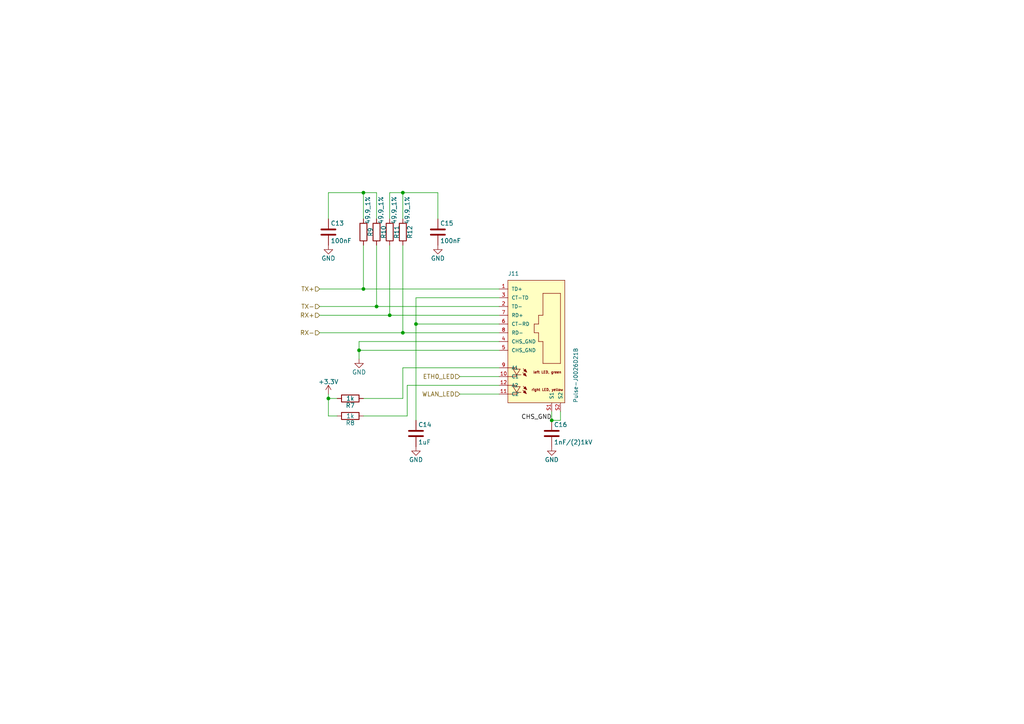
<source format=kicad_sch>
(kicad_sch (version 20230121) (generator eeschema)
  (paper "A4")
  (title_block (title "Ethernet Connector for Omega2S") (date "2024-11-02") (rev "v1") (company "plan44.ch") (comment 1 "© 2024 by luz/plan44.ch"))
  (lib_symbols
    (symbol "Device:C" (pin_numbers hide) (pin_names (offset 0.254))
      (property "Reference" "C" (at 0.635 2.54 0))
      (property "Value" "C" (at 0.635 -2.54 0))
      (symbol "C_0_1"
        (polyline (pts (xy -2.032 -0.762) (xy 2.032 -0.762)) (stroke (width 0.508)))
        (polyline (pts (xy -2.032 0.762) (xy 2.032 0.762)) (stroke (width 0.508)))
      )
      (symbol "C_1_1"
        (pin passive line (at 0 3.81 270) (length 2.794) (name "~") (number "1"))
        (pin passive line (at 0 -3.81 90) (length 2.794) (name "~") (number "2"))
      )
    )
    (symbol "Device:R" (pin_numbers hide) (pin_names (offset 0))
      (property "Reference" "R" (at 2.032 0 90))
      (property "Value" "R" (at 0 0 90))
      (symbol "R_0_1"
        (rectangle (start -1.016 -2.54) (end 1.016 2.54) (stroke (width 0.254)))
      )
      (symbol "R_1_1"
        (pin passive line (at 0 3.81 270) (length 1.27) (name "~") (number "1"))
        (pin passive line (at 0 -3.81 90) (length 1.27) (name "~") (number "2"))
      )
    )
    (symbol "plan44:Pulse-J0026D21B" (pin_names (offset 1.016))
      (property "Reference" "J" (at -7.62 21.59 0))
      (property "Value" "Pulse-J0026D21B" (at -7.62 -17.78 0))
      (symbol "Pulse-J0026D21B_0_0"
        (text "left LED, green" (at 3.81 -6.35 0) (effects (font (size 0.7112 0.7112))))
        (text "right LED, yellow" (at 3.81 -11.43 0) (effects (font (size 0.7112 0.7112))))
      )
      (symbol "Pulse-J0026D21B_1_0"
        (rectangle (start -7.62 20.32) (end 8.89 -15.24) (fill (type background)))
        (polyline (pts (xy -7.62 -10.16) (xy -5.08 -10.16)))
        (polyline (pts (xy -7.62 -5.08) (xy -5.08 -5.08)))
        (polyline (pts (xy -6.223 -12.192) (xy -5.08 -12.192)))
        (polyline (pts (xy -6.223 -7.112) (xy -5.08 -7.112)))
        (polyline (pts (xy -6.096 -10.541) (xy -5.08 -12.192)))
        (polyline (pts (xy -6.096 -10.541) (xy -4.064 -10.541)))
        (polyline (pts (xy -6.096 -5.461) (xy -5.08 -7.112)))
        (polyline (pts (xy -6.096 -5.461) (xy -4.064 -5.461)))
        (polyline (pts (xy -5.08 -12.7) (xy -7.62 -12.7)))
        (polyline (pts (xy -5.08 -12.319) (xy -5.08 -12.7)))
        (polyline (pts (xy -5.08 -12.192) (xy -4.064 -10.541)))
        (polyline (pts (xy -5.08 -12.192) (xy -3.81 -12.192)))
        (polyline (pts (xy -5.08 -10.16) (xy -5.08 -10.414)))
        (polyline (pts (xy -5.08 -7.62) (xy -7.62 -7.62)))
        (polyline (pts (xy -5.08 -7.239) (xy -5.08 -7.62)))
        (polyline (pts (xy -5.08 -7.112) (xy -4.064 -5.461)))
        (polyline (pts (xy -5.08 -7.112) (xy -3.81 -7.112)))
        (polyline (pts (xy -5.08 -5.08) (xy -5.08 -5.334)))
        (polyline (pts (xy -3.302 -11.557) (xy -2.286 -12.573)))
        (polyline (pts (xy -3.302 -6.477) (xy -2.286 -7.493)))
        (polyline (pts (xy -3.175 -10.414) (xy -2.159 -11.43)))
        (polyline (pts (xy -3.175 -5.334) (xy -2.159 -6.35)))
        (polyline (pts (xy 0 5.08) (xy 1.27 5.08)))
        (polyline (pts (xy 0 7.62) (xy 0 5.08)))
        (polyline (pts (xy 1.27 2.54) (xy 2.54 2.54)))
        (polyline (pts (xy 1.27 5.08) (xy 1.27 2.54)))
        (polyline (pts (xy 1.27 7.62) (xy 0 7.62)))
        (polyline (pts (xy 1.27 10.16) (xy 1.27 7.62)))
        (polyline (pts (xy 2.54 -3.81) (xy 7.62 -3.81)))
        (polyline (pts (xy 2.54 2.54) (xy 2.54 -3.81)))
        (polyline (pts (xy 2.54 10.16) (xy 1.27 10.16)))
        (polyline (pts (xy 2.54 16.51) (xy 2.54 10.16)))
        (polyline (pts (xy 7.62 -3.81) (xy 7.62 16.51)))
        (polyline (pts (xy 7.62 16.51) (xy 2.54 16.51)))
      )
      (symbol "Pulse-J0026D21B_1_1"
        (polyline (pts (xy -2.286 -12.573) (xy -2.667 -11.684) (xy -2.667 -11.684) (xy -3.175 -12.192) (xy -3.175 -12.192) (xy -2.286 -12.573)) (fill (type outline)))
        (polyline (pts (xy -2.286 -7.493) (xy -2.667 -6.604) (xy -2.667 -6.604) (xy -3.175 -7.112) (xy -3.175 -7.112) (xy -2.286 -7.493)) (fill (type outline)))
        (polyline (pts (xy -2.159 -11.43) (xy -2.54 -10.541) (xy -2.54 -10.541) (xy -3.048 -11.049) (xy -3.048 -11.049) (xy -2.159 -11.43)) (fill (type outline)))
        (polyline (pts (xy -2.159 -6.35) (xy -2.54 -5.461) (xy -2.54 -5.461) (xy -3.048 -5.969) (xy -3.048 -5.969) (xy -2.159 -6.35)) (fill (type outline)))
        (pin passive line (at -10.16 17.78 0) (length 2.54) (name "TD+") (number "1"))
        (pin passive line (at -10.16 -7.62 0) (length 2.54) (name "C1") (number "10"))
        (pin passive line (at -10.16 -12.7 0) (length 2.54) (name "C2") (number "11"))
        (pin passive line (at -10.16 -10.16 0) (length 2.54) (name "A2") (number "12"))
        (pin passive line (at -10.16 12.7 0) (length 2.54) (name "TD-") (number "2"))
        (pin passive line (at -10.16 15.24 0) (length 2.54) (name "CT-TD") (number "3"))
        (pin passive line (at -10.16 2.54 0) (length 2.54) (name "CHS_GND") (number "4"))
        (pin passive line (at -10.16 0 0) (length 2.54) (name "CHS_GND") (number "5"))
        (pin passive line (at -10.16 7.62 0) (length 2.54) (name "CT-RD") (number "6"))
        (pin passive line (at -10.16 10.16 0) (length 2.54) (name "RD+") (number "7"))
        (pin passive line (at -10.16 5.08 0) (length 2.54) (name "RD-") (number "8"))
        (pin passive line (at -10.16 -5.08 0) (length 2.54) (name "A1") (number "9"))
        (pin passive line (at 5.08 -17.78 90) (length 2.54) (name "S1") (number "S1"))
        (pin passive line (at 7.62 -17.78 90) (length 2.54) (name "S2") (number "S2"))
      )
    )
    (symbol "power:+3.3V" (power) (pin_names (offset 0))
      (property "Value" "+3.3V" (at 0 3.556 0))
      (symbol "+3.3V_0_1"
        (polyline (pts (xy -0.762 1.27) (xy 0 2.54)))
        (polyline (pts (xy 0 0) (xy 0 2.54)))
        (polyline (pts (xy 0 2.54) (xy 0.762 1.27)))
      )
      (symbol "+3.3V_1_1"
        (pin power_in line (at 0 0 90) (length 0) hide (name "+3.3V") (number "1"))
      )
    )
    (symbol "power:GND" (power) (pin_names (offset 0))
      (property "Value" "GND" (at 0 -3.81 0))
      (symbol "GND_0_1"
        (polyline (pts (xy 0 0) (xy 0 -1.27) (xy 1.27 -1.27) (xy 0 -2.54) (xy -1.27 -1.27) (xy 0 -1.27)))
      )
      (symbol "GND_1_1"
        (pin power_in line (at 0 0 270) (length 0) hide (name "GND") (number "1"))
      )
    )
  )
  (junction (at 109.22 88.9))
  (junction (at 116.84 55.88))
  (junction (at 160.02 121.92))
  (junction (at 120.65 93.98))
  (junction (at 95.25 115.57))
  (junction (at 105.41 55.88))
  (junction (at 116.84 96.52))
  (junction (at 113.03 91.44))
  (junction (at 104.14 101.6))
  (junction (at 105.41 83.82))
  (wire (pts (xy 113.03 55.88) (xy 116.84 55.88)))
  (wire (pts (xy 144.78 114.3) (xy 133.35 114.3)))
  (wire (pts (xy 144.78 86.36) (xy 120.65 86.36)))
  (wire (pts (xy 162.56 119.38) (xy 162.56 121.92)))
  (wire (pts (xy 95.25 115.57) (xy 97.79 115.57)))
  (wire (pts (xy 105.41 55.88) (xy 109.22 55.88)))
  (wire (pts (xy 109.22 71.12) (xy 109.22 88.9)))
  (wire (pts (xy 116.84 115.57) (xy 116.84 106.68)))
  (wire (pts (xy 113.03 91.44) (xy 144.78 91.44)))
  (wire (pts (xy 92.71 91.44) (xy 113.03 91.44)))
  (wire (pts (xy 105.41 63.5) (xy 105.41 55.88)))
  (wire (pts (xy 105.41 115.57) (xy 116.84 115.57)))
  (wire (pts (xy 116.84 106.68) (xy 144.78 106.68)))
  (wire (pts (xy 95.25 120.65) (xy 97.79 120.65)))
  (wire (pts (xy 104.14 99.06) (xy 104.14 101.6)))
  (wire (pts (xy 120.65 93.98) (xy 144.78 93.98)))
  (wire (pts (xy 109.22 55.88) (xy 109.22 63.5)))
  (wire (pts (xy 95.25 63.5) (xy 95.25 55.88)))
  (wire (pts (xy 118.11 111.76) (xy 118.11 120.65)))
  (wire (pts (xy 92.71 88.9) (xy 109.22 88.9)))
  (wire (pts (xy 116.84 63.5) (xy 116.84 55.88)))
  (wire (pts (xy 144.78 111.76) (xy 118.11 111.76)))
  (wire (pts (xy 92.71 96.52) (xy 116.84 96.52)))
  (wire (pts (xy 144.78 99.06) (xy 104.14 99.06)))
  (wire (pts (xy 120.65 86.36) (xy 120.65 93.98)))
  (wire (pts (xy 92.71 83.82) (xy 105.41 83.82)))
  (wire (pts (xy 104.14 101.6) (xy 104.14 104.14)))
  (wire (pts (xy 118.11 120.65) (xy 105.41 120.65)))
  (wire (pts (xy 144.78 109.22) (xy 133.35 109.22)))
  (wire (pts (xy 162.56 121.92) (xy 160.02 121.92)))
  (wire (pts (xy 95.25 114.3) (xy 95.25 115.57)))
  (wire (pts (xy 105.41 83.82) (xy 144.78 83.82)))
  (wire (pts (xy 95.25 55.88) (xy 105.41 55.88)))
  (wire (pts (xy 113.03 63.5) (xy 113.03 55.88)))
  (wire (pts (xy 113.03 71.12) (xy 113.03 91.44)))
  (wire (pts (xy 127 55.88) (xy 127 63.5)))
  (wire (pts (xy 95.25 115.57) (xy 95.25 120.65)))
  (wire (pts (xy 109.22 88.9) (xy 144.78 88.9)))
  (wire (pts (xy 116.84 96.52) (xy 144.78 96.52)))
  (wire (pts (xy 105.41 71.12) (xy 105.41 83.82)))
  (wire (pts (xy 116.84 55.88) (xy 127 55.88)))
  (wire (pts (xy 120.65 93.98) (xy 120.65 121.92)))
  (wire (pts (xy 144.78 101.6) (xy 104.14 101.6)))
  (wire (pts (xy 160.02 121.92) (xy 160.02 119.38)))
  (wire (pts (xy 116.84 96.52) (xy 116.84 71.12)))
  (label "CHS_GND" (at 160.02 121.92 180))
  (hierarchical_label "TX+" (shape input) (at 92.71 83.82 180))
  (hierarchical_label "ETH0_LED" (shape input) (at 133.35 109.22 180))
  (hierarchical_label "RX-" (shape input) (at 92.71 96.52 180))
  (hierarchical_label "RX+" (shape input) (at 92.71 91.44 180))
  (hierarchical_label "WLAN_LED" (shape input) (at 133.35 114.3 180))
  (hierarchical_label "TX-" (shape input) (at 92.71 88.9 180))
  (symbol (lib_id "Device:C") (at 120.65 125.73 0) (unit 1)
    (property "Reference" "C14" (at 121.285 123.19 0) (effects (justify left)))
    (property "Value" "1uF" (at 121.285 128.27 0) (effects (justify left)))
    (property "Footprint" "Capacitor_SMD:C_1206_3216Metric" (effects hide))
    (property "SKU" "300-86-876" (effects hide))
    (property "Vendor" "distrelec.ch" (effects hide))
    (property "Module" "Ethernet" (effects hide))
    (property "Purpose" "Termination" (effects hide))
  )
  (symbol (lib_id "power:GND") (at 120.65 129.54 0) (unit 1)
    (property "Reference" "#PWR034" (effects hide))
    (property "Value" "GND" (at 120.65 133.35 0))
  )
  (symbol (lib_id "Device:R") (at 105.41 67.31 0) (unit 1)
    (property "Reference" "R9" (at 107.442 67.31 90))
    (property "Value" "49.9_1%" (at 106.68 60.96 90))
    (property "Footprint" "Resistor_SMD:R_0805_2012Metric" (effects hide))
    (property "MPN" "1550805S8F499JT5E" (effects hide))
    (property "Manufacturer" "RND" (effects hide))
    (property "SKU" "300-56-813" (effects hide))
    (property "Vendor" "distrelec.ch" (effects hide))
    (property "Module" "Ethernet" (effects hide))
  )
  (symbol (lib_id "Device:R") (at 109.22 67.31 0) (unit 1)
    (property "Reference" "R10" (at 111.252 67.31 90))
    (property "Value" "49.9_1%" (at 110.49 60.96 90))
    (property "Footprint" "Resistor_SMD:R_0805_2012Metric" (effects hide))
    (property "MPN" "1550805S8F499JT5E" (effects hide))
    (property "Manufacturer" "RND" (effects hide))
    (property "SKU" "300-56-813" (effects hide))
    (property "Vendor" "distrelec.ch" (effects hide))
    (property "Module" "Ethernet" (effects hide))
  )
  (symbol (lib_id "Device:R") (at 113.03 67.31 0) (unit 1)
    (property "Reference" "R11" (at 115.062 67.31 90))
    (property "Value" "49.9_1%" (at 114.3 60.96 90))
    (property "Footprint" "Resistor_SMD:R_0805_2012Metric" (effects hide))
    (property "MPN" "1550805S8F499JT5E" (effects hide))
    (property "Manufacturer" "RND" (effects hide))
    (property "SKU" "300-56-813" (effects hide))
    (property "Vendor" "distrelec.ch" (effects hide))
    (property "Module" "Ethernet" (effects hide))
  )
  (symbol (lib_id "Device:R") (at 116.84 67.31 0) (unit 1)
    (property "Reference" "R12" (at 118.872 67.31 90))
    (property "Value" "49.9_1%" (at 118.11 60.96 90))
    (property "Footprint" "Resistor_SMD:R_0805_2012Metric" (effects hide))
    (property "MPN" "1550805S8F499JT5E" (effects hide))
    (property "SKU" "300-56-813" (effects hide))
    (property "Vendor" "distrelec.ch" (effects hide))
    (property "Manufacturer" "RND" (effects hide))
    (property "Module" "Ethernet" (effects hide))
  )
  (symbol (lib_id "Device:C") (at 95.25 67.31 0) (unit 1)
    (property "Reference" "C13" (at 95.885 64.77 0) (effects (justify left)))
    (property "Value" "100nF" (at 95.885 69.85 0) (effects (justify left)))
    (property "Footprint" "Capacitor_SMD:C_1206_3216Metric" (effects hide))
    (property "SKU" "300-86-868" (effects hide))
    (property "Vendor" "distrelec.ch" (effects hide))
    (property "Module" "Ethernet" (effects hide))
    (property "Purpose" "Termination" (effects hide))
  )
  (symbol (lib_id "Device:C") (at 127 67.31 0) (unit 1)
    (property "Reference" "C15" (at 127.635 64.77 0) (effects (justify left)))
    (property "Value" "100nF" (at 127.635 69.85 0) (effects (justify left)))
    (property "Footprint" "Capacitor_SMD:C_1206_3216Metric" (effects hide))
    (property "SKU" "300-86-868" (effects hide))
    (property "Vendor" "distrelec.ch" (effects hide))
    (property "Module" "Ethernet" (effects hide))
    (property "Purpose" "Termination" (effects hide))
  )
  (symbol (lib_id "power:GND") (at 95.25 71.12 0) (unit 1)
    (property "Reference" "#PWR031" (effects hide))
    (property "Value" "GND" (at 95.25 74.93 0))
  )
  (symbol (lib_id "power:GND") (at 127 71.12 0) (unit 1)
    (property "Reference" "#PWR035" (effects hide))
    (property "Value" "GND" (at 127 74.93 0))
  )
  (symbol (lib_id "Device:R") (at 101.6 115.57 270) (unit 1)
    (property "Reference" "R7" (at 101.6 117.602 90))
    (property "Value" "1k" (at 101.6 115.57 90))
    (property "Footprint" "Resistor_SMD:R_1206_3216Metric" (effects hide))
    (property "Vendor" "distrelec.ch" (effects hide))
    (property "SKU" "300-56-913" (effects hide))
    (property "Module" "Ethernet LED" (effects hide))
  )
  (symbol (lib_id "Device:R") (at 101.6 120.65 270) (unit 1)
    (property "Reference" "R8" (at 101.6 122.682 90))
    (property "Value" "1k" (at 101.6 120.65 90))
    (property "Footprint" "Resistor_SMD:R_1206_3216Metric" (effects hide))
    (property "SKU" "300-56-913" (effects hide))
    (property "Vendor" "distrelec.ch" (effects hide))
    (property "Module" "Ethernet LED" (effects hide))
  )
  (symbol (lib_id "power:+3.3V") (at 95.25 114.3 0) (unit 1)
    (property "Reference" "#PWR032" (effects hide))
    (property "Value" "+3.3V" (at 95.25 110.744 0))
  )
  (symbol (lib_id "power:GND") (at 160.02 129.54 0) (unit 1)
    (property "Reference" "#PWR036" (effects hide))
    (property "Value" "GND" (at 160.02 133.35 0))
  )
  (symbol (lib_id "plan44:Pulse-J0026D21B") (at 154.94 101.6 0) (unit 1)
    (property "Reference" "J11" (at 147.32 80.01 0) (effects (font (size 1.143 1.143)) (justify left bottom)))
    (property "Value" "Pulse-J0026D21B" (at 167.64 116.84 90) (effects (font (size 1.143 1.143)) (justify left bottom)))
    (property "Footprint" "plan44:PULSE-J0026D21B" (effects hide))
    (property "MPN" "J0026D21B" (effects hide))
    (property "Vendor" "Fundus S.Flüeler" (effects hide))
    (property "Module" "Ethernet" (effects hide))
  )
  (symbol (lib_id "power:GND") (at 104.14 104.14 0) (unit 1)
    (property "Reference" "#PWR033" (effects hide))
    (property "Value" "GND" (at 104.14 107.95 0))
  )
  (symbol (lib_id "Device:C") (at 160.02 125.73 0) (unit 1)
    (property "Reference" "C16" (at 160.655 123.19 0) (effects (justify left)))
    (property "Value" "1nF/(2)1kV" (at 160.655 128.27 0) (effects (justify left)))
    (property "Footprint" "Capacitor_SMD:C_1206_3216Metric" (effects hide))
    (property "SKU" "301-11-186" (effects hide))
    (property "Vendor" "distrelec.ch" (effects hide))
    (property "Module" "Ethernet" (effects hide))
    (property "Purpose" "RJ45 Shield HF Conn" (effects hide))
  )
)
</source>
